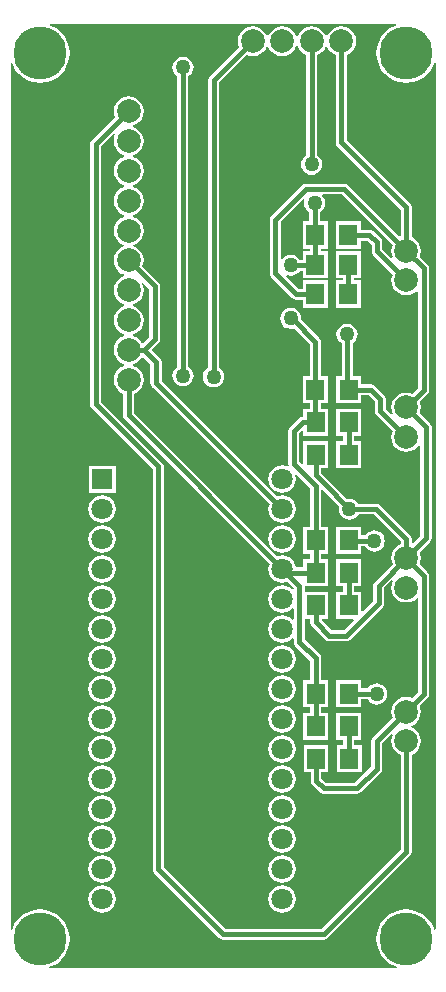
<source format=gtl>
%FSTAX23Y23*%
%MOIN*%
%SFA1B1*%

%IPPOS*%
%ADD12C,0.015748*%
%ADD13R,0.062992X0.070866*%
%ADD20C,0.078740*%
%ADD21C,0.070866*%
%ADD22R,0.070866X0.070866*%
%ADD23C,0.050000*%
%ADD24C,0.177165*%
%LNchillerlcd-1*%
%LPD*%
G36*
X01287Y03144D02*
X01281Y03142D01*
X01263Y03133*
X01248Y03121*
X01236Y03106*
X01227Y03088*
X01221Y0307*
X01219Y03051*
X01221Y03031*
X01227Y03013*
X01236Y02996*
X01248Y02981*
X01263Y02968*
X01281Y02959*
X01299Y02953*
X01318Y02951*
X01338Y02953*
X01356Y02959*
X01374Y02968*
X01388Y02981*
X01401Y02996*
X0141Y03013*
X01412Y03019*
X01417Y03018*
Y0013*
X01412Y00129*
X0141Y00136*
X01401Y00153*
X01388Y00168*
X01374Y0018*
X01356Y00189*
X01338Y00195*
X01318Y00197*
X01299Y00195*
X01281Y00189*
X01263Y0018*
X01248Y00168*
X01236Y00153*
X01227Y00136*
X01221Y00117*
X01219Y00098*
X01221Y00079*
X01227Y0006*
X01236Y00043*
X01248Y00028*
X01263Y00016*
X01281Y00007*
X01287Y00005*
X01286Y0*
X0013*
X00129Y00005*
X00136Y00007*
X00153Y00016*
X00168Y00028*
X0018Y00043*
X00189Y0006*
X00195Y00079*
X00197Y00098*
X00195Y00117*
X00189Y00136*
X0018Y00153*
X00168Y00168*
X00153Y0018*
X00136Y00189*
X00117Y00195*
X00098Y00197*
X00079Y00195*
X0006Y00189*
X00043Y0018*
X00028Y00168*
X00016Y00153*
X00007Y00136*
X00005Y00129*
X0Y0013*
Y03018*
X00005Y03019*
X00007Y03013*
X00016Y02996*
X00028Y02981*
X00043Y02968*
X0006Y02959*
X00079Y02953*
X00098Y02951*
X00117Y02953*
X00136Y02959*
X00153Y02968*
X00168Y02981*
X0018Y02996*
X00189Y03013*
X00195Y03031*
X00197Y03051*
X00195Y0307*
X00189Y03088*
X0018Y03106*
X00168Y03121*
X00153Y03133*
X00136Y03142*
X00129Y03144*
X0013Y03149*
X01286*
X01287Y03144*
G37*
%LNchillerlcd-2*%
%LPC*%
G36*
X01102Y0314D02*
X01089Y03138D01*
X01077Y03133*
X01067Y03125*
X01059Y03115*
X01055Y03107*
X0105*
X01047Y03115*
X01038Y03125*
X01028Y03133*
X01016Y03138*
X01003Y0314*
X0099Y03138*
X00979Y03133*
X00968Y03125*
X0096Y03115*
X00957Y03107*
X00951*
X00948Y03115*
X0094Y03125*
X0093Y03133*
X00918Y03138*
X00905Y0314*
X00892Y03138*
X0088Y03133*
X0087Y03125*
X00862Y03115*
X00859Y03107*
X00853*
X0085Y03115*
X00842Y03125*
X00831Y03133*
X0082Y03138*
X00807Y0314*
X00794Y03138*
X00782Y03133*
X00772Y03125*
X00763Y03115*
X00759Y03103*
X00757Y0309*
X00759Y03077*
X00761Y0307*
X00664Y02973*
X0066Y02967*
X00659Y0296*
Y02002*
X00652Y01997*
X00646Y0199*
X00642Y01981*
X00641Y01972*
X00642Y01963*
X00646Y01954*
X00652Y01947*
X00659Y01941*
X00668Y01938*
X00677Y01937*
X00686Y01938*
X00694Y01941*
X00701Y01947*
X00707Y01954*
X00711Y01963*
X00712Y01972*
X00711Y01981*
X00707Y0199*
X00701Y01997*
X00695Y02002*
Y02953*
X00787Y03045*
X00794Y03042*
X00807Y0304*
X0082Y03042*
X00831Y03047*
X00842Y03055*
X0085Y03065*
X00853Y03073*
X00859*
X00862Y03065*
X0087Y03055*
X0088Y03047*
X00892Y03042*
X00905Y0304*
X00918Y03042*
X0093Y03047*
X0094Y03055*
X00948Y03065*
X00951Y03073*
X00957*
X0096Y03065*
X00968Y03055*
X00979Y03047*
X00985Y03044*
Y02711*
X00979Y02705*
X00973Y02698*
X00969Y0269*
X00968Y02681*
X00969Y02672*
X00973Y02663*
X00979Y02656*
X00986Y0265*
X00994Y02646*
X01003Y02645*
X01012Y02646*
X01021Y0265*
X01028Y02656*
X01034Y02663*
X01038Y02672*
X01039Y02681*
X01038Y0269*
X01034Y02698*
X01028Y02705*
X01022Y02711*
Y03044*
X01028Y03047*
X01038Y03055*
X01047Y03065*
X0105Y03073*
X01055*
X01059Y03065*
X01067Y03055*
X01077Y03047*
X01084Y03044*
Y02753*
X01085Y02746*
X01089Y0274*
X013Y02529*
Y02442*
X01295Y0244*
X01125Y02611*
X01119Y02615*
X01112Y02616*
X00984*
X00977Y02615*
X00971Y02611*
X00868Y02509*
X00864Y02503*
X00863Y02496*
Y02318*
X00864Y02311*
X00868Y02305*
X00939Y02235*
X00945Y02231*
X00952Y02229*
X00974*
Y02202*
X01057*
Y02293*
X00974*
Y02266*
X0096*
X00919Y02307*
X00922Y02311*
X00924Y0231*
X00934Y02309*
X00943Y0231*
X00951Y02313*
X00959Y02319*
X00964Y02326*
X00974*
Y02301*
X01057*
Y02391*
X01033*
Y02399*
X01057*
Y0249*
X01031*
Y0252*
X01038Y02526*
X01044Y02533*
X01048Y02542*
X01049Y02551*
X01048Y0256*
X01044Y02568*
X01039Y02575*
X0104Y0258*
X01104*
X01273Y02411*
X0127Y02404*
X01269Y02391*
X0127Y02378*
X01274Y0237*
X01269Y02368*
X01239Y02398*
Y0242*
X01238Y02427*
X01234Y02433*
X01209Y02457*
X01203Y02461*
X01196Y02462*
X01167*
Y0249*
X01084*
Y02399*
X01167*
Y02426*
X01189*
X01203Y02412*
Y0239*
X01204Y02383*
X01208Y02377*
X01273Y02312*
X0127Y02306*
X01269Y02293*
X0127Y0228*
X01275Y02268*
X01283Y02258*
X01294Y0225*
X01305Y02245*
X01318Y02243*
X01331Y02245*
X01343Y0225*
X01353Y02257*
X01355Y02257*
X01358Y02256*
Y01935*
X01338Y01915*
X01331Y01918*
X01318Y01919*
X01305Y01918*
X01294Y01913*
X01283Y01905*
X01275Y01894*
X0127Y01883*
X01269Y0187*
X0127Y01857*
X01274Y01849*
X01269Y01846*
X0125Y01865*
Y01897*
X01249Y01904*
X01245Y0191*
X01213Y01942*
X01207Y01946*
X012Y01947*
X01168*
Y01974*
X0114*
Y02083*
X01146Y02089*
X01152Y02096*
X01156Y02105*
X01157Y02114*
X01156Y02123*
X01152Y02131*
X01146Y02138*
X01139Y02144*
X01131Y02148*
X01122Y02149*
X01112Y02148*
X01104Y02144*
X01097Y02138*
X01091Y02131*
X01087Y02123*
X01086Y02114*
X01087Y02105*
X01091Y02096*
X01097Y02089*
X01103Y02083*
Y01974*
X01085*
Y01883*
X01168*
Y01911*
X01193*
X01214Y0189*
Y01858*
X01215Y01851*
X01219Y01845*
X01273Y01791*
X0127Y01784*
X01269Y01771*
X0127Y01758*
X01275Y01746*
X01283Y01736*
X01294Y01728*
X01305Y01723*
X01318Y01722*
X01331Y01723*
X01343Y01728*
X01353Y01736*
X01361Y01746*
X01365*
X01366Y01745*
Y01441*
X01342Y01416*
X01337Y01419*
Y01431*
X01335Y01438*
X01331Y01444*
X01231Y01544*
X01225Y01548*
X01218Y01549*
X0116*
X01154Y01556*
X01147Y01562*
X01138Y01565*
X01129Y01566*
X01121Y01565*
X01058Y01628*
X01056Y01631*
X01035Y01652*
Y01667*
X01059*
Y01757*
X00976*
Y01681*
X00971Y0168*
X00962Y01688*
Y01783*
X00971Y01792*
X00976Y0179*
Y01775*
X01059*
Y01866*
X01035*
Y01883*
X01058*
Y01974*
X01035*
Y02089*
X01033Y02096*
X01029Y02102*
X00968Y02163*
X00969Y02167*
X00968Y02176*
X00964Y02185*
X00959Y02192*
X00951Y02198*
X00943Y02201*
X00934Y02202*
X00924Y02201*
X00916Y02198*
X00909Y02192*
X00903Y02185*
X009Y02176*
X00898Y02167*
X009Y02158*
X00903Y02149*
X00909Y02142*
X00916Y02136*
X00924Y02133*
X00934Y02131*
X00943Y02133*
X00946Y02134*
X00998Y02081*
Y01974*
X00975*
Y01883*
X00998*
Y01866*
X00976*
Y01838*
X00974*
X00967Y01837*
X00961Y01833*
X00931Y01804*
X00927Y01798*
X00926Y01791*
Y01681*
X00927Y01677*
X00923Y01673*
X00917Y01675*
X00905Y01677*
X00893Y01675*
X00882Y01671*
X00873Y01663*
X00865Y01654*
X00861Y01643*
X00859Y01631*
X00861Y01619*
X00865Y01608*
X00873Y01599*
X00882Y01591*
X00893Y01587*
X00905Y01585*
X00917Y01587*
X00928Y01591*
X00937Y01599*
X00945Y01608*
X00949Y01619*
X00951Y01631*
X00949Y01643*
X00953Y01646*
X00999Y016*
Y01472*
X00976*
Y01381*
X00999*
Y01364*
X00976*
Y01337*
X0095*
X00949Y01343*
X00945Y01354*
X00937Y01363*
X00928Y01371*
X00917Y01375*
X00905Y01377*
X00893Y01375*
X00888Y01373*
X00411Y0185*
Y01916*
X00418Y01919*
X00428Y01927*
X00437Y01937*
X00441Y01949*
X00443Y01962*
X00441Y01975*
X00437Y01987*
X00428Y01997*
X00418Y02005*
X00409Y02009*
Y02014*
X00418Y02018*
X00428Y02026*
X00436Y02036*
X00438Y02037*
X00441Y02038*
X00466Y02012*
Y01951*
X00468Y01944*
X00472Y01938*
X00863Y01548*
X00861Y01543*
X00859Y01531*
X00861Y01519*
X00865Y01508*
X00873Y01499*
X00882Y01491*
X00893Y01487*
X00905Y01485*
X00917Y01487*
X00928Y01491*
X00937Y01499*
X00945Y01508*
X00949Y01519*
X00951Y01531*
X00949Y01543*
X00945Y01554*
X00937Y01563*
X00928Y01571*
X00917Y01575*
X00905Y01577*
X00893Y01575*
X00888Y01573*
X00503Y01959*
Y0202*
Y0202*
X00501Y02027*
X00498Y02033*
X00469Y02062*
X00493Y02085*
X00497Y02091*
X00498Y02098*
Y02273*
X00497Y0228*
X00493Y02286*
X00438Y0234*
X00441Y02347*
X00443Y0236*
X00441Y02373*
X00437Y02385*
X00428Y02395*
X00418Y02403*
X00409Y02407*
Y02412*
X00418Y02416*
X00428Y02424*
X00437Y02434*
X00441Y02446*
X00443Y02459*
X00441Y02472*
X00437Y02484*
X00428Y02494*
X00418Y02502*
X00409Y02506*
Y02512*
X00418Y02515*
X00428Y02524*
X00437Y02534*
X00441Y02546*
X00443Y02559*
X00441Y02572*
X00437Y02583*
X00428Y02594*
X00418Y02602*
X00409Y02605*
Y02611*
X00418Y02615*
X00428Y02623*
X00437Y02633*
X00441Y02645*
X00443Y02658*
X00441Y02671*
X00437Y02683*
X00428Y02693*
X00418Y02701*
X00409Y02705*
Y02711*
X00418Y02714*
X00428Y02722*
X00437Y02733*
X00441Y02744*
X00443Y02757*
X00441Y0277*
X00437Y02782*
X00428Y02792*
X00418Y02801*
X00409Y02804*
Y0281*
X00418Y02814*
X00428Y02822*
X00437Y02832*
X00441Y02844*
X00443Y02857*
X00441Y0287*
X00437Y02882*
X00428Y02892*
X00418Y029*
X00406Y02905*
X00393Y02907*
X0038Y02905*
X00368Y029*
X00358Y02892*
X0035Y02882*
X00345Y0287*
X00344Y02857*
X00345Y02844*
X00348Y02837*
X0027Y02759*
X00266Y02753*
X00265Y02747*
Y01881*
X00266Y01874*
X0027Y01868*
X00474Y01665*
Y0033*
X00475Y00323*
X00479Y00317*
X00695Y00101*
X00701Y00097*
X00708Y00096*
X01043*
X0105Y00097*
X01056Y00101*
X01331Y00376*
X01335Y00382*
X01337Y00389*
Y00711*
X01343Y00714*
X01353Y00722*
X01362Y00733*
X01366Y00744*
X01368Y00757*
X01366Y0077*
X01362Y00782*
X01353Y00792*
X01343Y00801*
X01335Y00804*
Y00809*
X01343Y00812*
X01353Y00821*
X01362Y00831*
X01366Y00843*
X01368Y00856*
X01366Y00869*
X01364Y00875*
X01389Y00901*
X01393Y00907*
X01395Y00914*
Y01309*
X01393Y01316*
X01389Y01322*
X01364Y01348*
X01366Y01355*
X01368Y01368*
X01366Y01381*
X01364Y01387*
X01397Y01421*
X01401Y01427*
X01403Y01433*
Y01804*
X01401Y01811*
X01397Y01816*
X01364Y0185*
X01366Y01857*
X01368Y0187*
X01366Y01883*
X01364Y01889*
X01389Y01915*
X01393Y01921*
X01395Y01928*
Y02333*
X01393Y0234*
X01389Y02346*
X01364Y02372*
X01366Y02378*
X01368Y02391*
X01366Y02404*
X01362Y02416*
X01353Y02426*
X01343Y02435*
X01337Y02437*
Y02537*
X01335Y02544*
X01331Y0255*
X0112Y02761*
Y03044*
X01127Y03047*
X01137Y03055*
X01145Y03065*
X0115Y03077*
X01151Y0309*
X0115Y03103*
X01145Y03115*
X01137Y03125*
X01127Y03133*
X01115Y03138*
X01102Y0314*
G37*
G36*
X01167Y02391D02*
X01084D01*
Y02301*
X01107*
Y02293*
X01084*
Y02202*
X01167*
Y02293*
X01144*
Y02301*
X01167*
Y02391*
G37*
G36*
X00574Y03039D02*
X00565Y03038D01*
X00557Y03034*
X0055Y03028*
X00544Y03021*
X0054Y03012*
X00539Y03003*
X0054Y02994*
X00544Y02986*
X0055Y02979*
X00556Y02973*
Y02006*
X0055Y02001*
X00544Y01994*
X0054Y01985*
X00539Y01976*
X0054Y01967*
X00544Y01958*
X0055Y01951*
X00557Y01945*
X00565Y01942*
X00574Y0194*
X00583Y01942*
X00592Y01945*
X00599Y01951*
X00605Y01958*
X00609Y01967*
X0061Y01976*
X00609Y01985*
X00605Y01994*
X00599Y02001*
X00592Y02006*
Y02973*
X00599Y02979*
X00605Y02986*
X00609Y02994*
X0061Y03003*
X00609Y03012*
X00605Y03021*
X00599Y03028*
X00592Y03034*
X00583Y03038*
X00574Y03039*
G37*
G36*
X01169Y01866D02*
X01086D01*
Y01775*
X01109*
Y01757*
X01086*
Y01667*
X01169*
Y01757*
X01146*
Y01775*
X01169*
Y01866*
G37*
G36*
X0035Y01676D02*
X0026D01*
Y01586*
X0035*
Y01676*
G37*
G36*
X00305Y01577D02*
X00293Y01575D01*
X00282Y01571*
X00273Y01563*
X00265Y01554*
X00261Y01543*
X00259Y01531*
X00261Y01519*
X00265Y01508*
X00273Y01499*
X00282Y01491*
X00293Y01487*
X00305Y01485*
X00317Y01487*
X00328Y01491*
X00337Y01499*
X00345Y01508*
X00349Y01519*
X00351Y01531*
X00349Y01543*
X00345Y01554*
X00337Y01563*
X00328Y01571*
X00317Y01575*
X00305Y01577*
G37*
G36*
X00905Y01477D02*
X00893Y01475D01*
X00882Y01471*
X00873Y01463*
X00865Y01454*
X00861Y01443*
X00859Y01431*
X00861Y01419*
X00865Y01408*
X00873Y01399*
X00882Y01391*
X00893Y01387*
X00905Y01385*
X00917Y01387*
X00928Y01391*
X00937Y01399*
X00945Y01408*
X00949Y01419*
X00951Y01431*
X00949Y01443*
X00945Y01454*
X00937Y01463*
X00928Y01471*
X00917Y01475*
X00905Y01477*
G37*
G36*
X00305D02*
X00293Y01475D01*
X00282Y01471*
X00273Y01463*
X00265Y01454*
X00261Y01443*
X00259Y01431*
X00261Y01419*
X00265Y01408*
X00273Y01399*
X00282Y01391*
X00293Y01387*
X00305Y01385*
X00317Y01387*
X00328Y01391*
X00337Y01399*
X00345Y01408*
X00349Y01419*
X00351Y01431*
X00349Y01443*
X00345Y01454*
X00337Y01463*
X00328Y01471*
X00317Y01475*
X00305Y01477*
G37*
G36*
Y01377D02*
X00293Y01375D01*
X00282Y01371*
X00273Y01363*
X00265Y01354*
X00261Y01343*
X00259Y01331*
X00261Y01319*
X00265Y01308*
X00273Y01299*
X00282Y01291*
X00293Y01287*
X00305Y01285*
X00317Y01287*
X00328Y01291*
X00337Y01299*
X00345Y01308*
X00349Y01319*
X00351Y01331*
X00349Y01343*
X00345Y01354*
X00337Y01363*
X00328Y01371*
X00317Y01375*
X00305Y01377*
G37*
G36*
Y01277D02*
X00293Y01275D01*
X00282Y01271*
X00273Y01263*
X00265Y01254*
X00261Y01243*
X00259Y01231*
X00261Y01219*
X00265Y01208*
X00273Y01199*
X00282Y01191*
X00293Y01187*
X00305Y01185*
X00317Y01187*
X00328Y01191*
X00337Y01199*
X00345Y01208*
X00349Y01219*
X00351Y01231*
X00349Y01243*
X00345Y01254*
X00337Y01263*
X00328Y01271*
X00317Y01275*
X00305Y01277*
G37*
G36*
Y01177D02*
X00293Y01175D01*
X00282Y01171*
X00273Y01163*
X00265Y01154*
X00261Y01143*
X00259Y01131*
X00261Y01119*
X00265Y01108*
X00273Y01099*
X00282Y01091*
X00293Y01087*
X00305Y01085*
X00317Y01087*
X00328Y01091*
X00337Y01099*
X00345Y01108*
X00349Y01119*
X00351Y01131*
X00349Y01143*
X00345Y01154*
X00337Y01163*
X00328Y01171*
X00317Y01175*
X00305Y01177*
G37*
G36*
Y01077D02*
X00293Y01075D01*
X00282Y01071*
X00273Y01063*
X00265Y01054*
X00261Y01043*
X00259Y01031*
X00261Y01019*
X00265Y01008*
X00273Y00999*
X00282Y00991*
X00293Y00987*
X00305Y00985*
X00317Y00987*
X00328Y00991*
X00337Y00999*
X00345Y01008*
X00349Y01019*
X00351Y01031*
X00349Y01043*
X00345Y01054*
X00337Y01063*
X00328Y01071*
X00317Y01075*
X00305Y01077*
G37*
G36*
Y00977D02*
X00293Y00975D01*
X00282Y00971*
X00273Y00963*
X00265Y00954*
X00261Y00943*
X00259Y00931*
X00261Y00919*
X00265Y00908*
X00273Y00899*
X00282Y00891*
X00293Y00887*
X00305Y00885*
X00317Y00887*
X00328Y00891*
X00337Y00899*
X00345Y00908*
X00349Y00919*
X00351Y00931*
X00349Y00943*
X00345Y00954*
X00337Y00963*
X00328Y00971*
X00317Y00975*
X00305Y00977*
G37*
G36*
Y00877D02*
X00293Y00875D01*
X00282Y00871*
X00273Y00863*
X00265Y00854*
X00261Y00843*
X00259Y00831*
X00261Y00819*
X00265Y00808*
X00273Y00799*
X00282Y00791*
X00293Y00787*
X00305Y00785*
X00317Y00787*
X00328Y00791*
X00337Y00799*
X00345Y00808*
X00349Y00819*
X00351Y00831*
X00349Y00843*
X00345Y00854*
X00337Y00863*
X00328Y00871*
X00317Y00875*
X00305Y00877*
G37*
G36*
Y00777D02*
X00293Y00775D01*
X00282Y00771*
X00273Y00763*
X00265Y00754*
X00261Y00743*
X00259Y00731*
X00261Y00719*
X00265Y00708*
X00273Y00699*
X00282Y00691*
X00293Y00687*
X00305Y00685*
X00317Y00687*
X00328Y00691*
X00337Y00699*
X00345Y00708*
X00349Y00719*
X00351Y00731*
X00349Y00743*
X00345Y00754*
X00337Y00763*
X00328Y00771*
X00317Y00775*
X00305Y00777*
G37*
G36*
Y00677D02*
X00293Y00675D01*
X00282Y00671*
X00273Y00663*
X00265Y00654*
X00261Y00643*
X00259Y00631*
X00261Y00619*
X00265Y00608*
X00273Y00599*
X00282Y00591*
X00293Y00587*
X00305Y00585*
X00317Y00587*
X00328Y00591*
X00337Y00599*
X00345Y00608*
X00349Y00619*
X00351Y00631*
X00349Y00643*
X00345Y00654*
X00337Y00663*
X00328Y00671*
X00317Y00675*
X00305Y00677*
G37*
G36*
Y00577D02*
X00293Y00575D01*
X00282Y00571*
X00273Y00563*
X00265Y00554*
X00261Y00543*
X00259Y00531*
X00261Y00519*
X00265Y00508*
X00273Y00499*
X00282Y00491*
X00293Y00487*
X00305Y00485*
X00317Y00487*
X00328Y00491*
X00337Y00499*
X00345Y00508*
X00349Y00519*
X00351Y00531*
X00349Y00543*
X00345Y00554*
X00337Y00563*
X00328Y00571*
X00317Y00575*
X00305Y00577*
G37*
G36*
Y00477D02*
X00293Y00475D01*
X00282Y00471*
X00273Y00463*
X00265Y00454*
X00261Y00443*
X00259Y00431*
X00261Y00419*
X00265Y00408*
X00273Y00399*
X00282Y00391*
X00293Y00387*
X00305Y00385*
X00317Y00387*
X00328Y00391*
X00337Y00399*
X00345Y00408*
X00349Y00419*
X00351Y00431*
X00349Y00443*
X00345Y00454*
X00337Y00463*
X00328Y00471*
X00317Y00475*
X00305Y00477*
G37*
G36*
Y00377D02*
X00293Y00375D01*
X00282Y00371*
X00273Y00363*
X00265Y00354*
X00261Y00343*
X00259Y00331*
X00261Y00319*
X00265Y00308*
X00273Y00299*
X00282Y00291*
X00293Y00287*
X00305Y00285*
X00317Y00287*
X00328Y00291*
X00337Y00299*
X00345Y00308*
X00349Y00319*
X00351Y00331*
X00349Y00343*
X00345Y00354*
X00337Y00363*
X00328Y00371*
X00317Y00375*
X00305Y00377*
G37*
G36*
Y00277D02*
X00293Y00275D01*
X00282Y00271*
X00273Y00263*
X00265Y00254*
X00261Y00243*
X00259Y00231*
X00261Y00219*
X00265Y00208*
X00273Y00199*
X00282Y00191*
X00293Y00187*
X00305Y00185*
X00317Y00187*
X00328Y00191*
X00337Y00199*
X00345Y00208*
X00349Y00219*
X00351Y00231*
X00349Y00243*
X00345Y00254*
X00337Y00263*
X00328Y00271*
X00317Y00275*
X00305Y00277*
G37*
%LNchillerlcd-3*%
%LPD*%
G36*
X0098Y02561D02*
X00979Y0256D01*
X00978Y02551*
X00979Y02542*
X00983Y02533*
X00988Y02526*
X00995Y0252*
Y0249*
X00974*
Y02399*
X00997*
Y02391*
X00974*
Y02362*
X00964*
X00959Y02369*
X00951Y02375*
X00943Y02378*
X00934Y02379*
X00924Y02378*
X00916Y02375*
X00909Y02369*
X00905Y02364*
X009Y02366*
Y02488*
X00975Y02564*
X0098Y02561*
G37*
G36*
X00462Y02266D02*
Y02105D01*
X00441Y02085*
X00438Y02086*
X00436Y02087*
X00428Y02097*
X00418Y02105*
X00409Y02109*
Y02114*
X00418Y02118*
X00428Y02126*
X00437Y02136*
X00441Y02148*
X00443Y02161*
X00441Y02174*
X00437Y02186*
X00428Y02196*
X00418Y02204*
X00409Y02208*
Y02213*
X00418Y02217*
X00428Y02225*
X00437Y02235*
X00441Y02248*
X00443Y02261*
X00441Y02273*
X00437Y02283*
X00442Y02286*
X00462Y02266*
G37*
G36*
X01095Y01539D02*
X01094Y01531D01*
X01095Y01522*
X01099Y01513*
X01105Y01506*
X01112Y015*
X0112Y01497*
X01129Y01496*
X01138Y01497*
X01147Y015*
X01154Y01506*
X0116Y01513*
X01211*
X013Y01423*
Y01414*
X01294Y01411*
X01283Y01403*
X01275Y01392*
X0127Y01381*
X01269Y01368*
X0127Y01355*
X01273Y01348*
X01214Y01289*
X0121Y01283*
X01209Y01276*
Y01225*
X01174Y0119*
X01169Y01191*
Y01255*
X01146*
Y01273*
X01169*
Y01364*
X01086*
Y01273*
X01109*
Y01255*
X01086*
Y01165*
X01142*
X01144Y0116*
X01111Y01127*
X01069*
X01037Y0116*
X01038Y01165*
X01059*
Y01255*
X0098*
Y01273*
X01059*
Y01364*
X01035*
Y01381*
X01059*
Y01472*
X01035*
Y01593*
X0104Y01595*
X01095Y01539*
G37*
G36*
X00349Y0278D02*
X00345Y0277D01*
X00344Y02757*
X00345Y02744*
X0035Y02733*
X00358Y02722*
X00368Y02714*
X00378Y02711*
Y02705*
X00368Y02701*
X00358Y02693*
X0035Y02683*
X00345Y02671*
X00344Y02658*
X00345Y02645*
X0035Y02633*
X00358Y02623*
X00368Y02615*
X00378Y02611*
Y02605*
X00368Y02602*
X00358Y02594*
X0035Y02583*
X00345Y02572*
X00344Y02559*
X00345Y02546*
X0035Y02534*
X00358Y02524*
X00368Y02515*
X00378Y02512*
Y02506*
X00368Y02502*
X00358Y02494*
X0035Y02484*
X00345Y02472*
X00344Y02459*
X00345Y02446*
X0035Y02434*
X00358Y02424*
X00368Y02416*
X00378Y02412*
Y02407*
X00368Y02403*
X00358Y02395*
X0035Y02385*
X00345Y02373*
X00344Y0236*
X00345Y02347*
X0035Y02335*
X00358Y02325*
X00368Y02316*
X00378Y02313*
Y02307*
X00368Y02303*
X00358Y02296*
X0035Y02285*
X00345Y02273*
X00344Y02261*
X00345Y02248*
X0035Y02235*
X00358Y02225*
X00368Y02217*
X00378Y02213*
Y02208*
X00368Y02204*
X00358Y02196*
X0035Y02186*
X00345Y02174*
X00344Y02161*
X00345Y02148*
X0035Y02136*
X00358Y02126*
X00368Y02118*
X00378Y02114*
Y02109*
X00368Y02105*
X00358Y02097*
X0035Y02087*
X00345Y02074*
X00344Y02062*
X00345Y02049*
X0035Y02037*
X00358Y02026*
X00368Y02018*
X00378Y02014*
Y02009*
X00368Y02005*
X00358Y01997*
X0035Y01987*
X00345Y01975*
X00344Y01962*
X00345Y01949*
X0035Y01937*
X00358Y01927*
X00368Y01919*
X00375Y01916*
Y01843*
X00376Y01836*
X0038Y0183*
X00863Y01348*
X00861Y01343*
X00859Y01331*
X00861Y01319*
X00865Y01308*
X00873Y01299*
X00882Y01291*
X00893Y01287*
X00905Y01285*
X00917Y01287*
X00922Y01289*
X00943Y01268*
X00942Y01265*
X00938Y01264*
X00937*
X00928Y01271*
X00917Y01275*
X00905Y01277*
X00893Y01275*
X00882Y01271*
X00873Y01263*
X00865Y01254*
X00861Y01243*
X00859Y01231*
X00861Y01219*
X00865Y01208*
X00873Y01199*
X00882Y01191*
X00893Y01187*
X00905Y01185*
X00917Y01187*
X00928Y01191*
X00937Y01199*
X00939Y01201*
X00944Y01199*
Y01163*
X00939Y01161*
X00937Y01163*
X00928Y01171*
X00917Y01175*
X00905Y01177*
X00893Y01175*
X00882Y01171*
X00873Y01163*
X00865Y01154*
X00861Y01143*
X00859Y01131*
X00861Y01119*
X00865Y01108*
X00873Y01099*
X00882Y01091*
X00893Y01087*
X00905Y01085*
X00917Y01087*
X00928Y01091*
X00937Y01099*
X00939Y01101*
X00944Y01099*
Y01089*
X00945Y01082*
X00949Y01076*
X00999Y01026*
Y0096*
X00976*
Y0087*
X00999*
Y00852*
X00976*
Y00761*
X01059*
Y00852*
X01035*
Y0087*
X01059*
Y0096*
X01035*
Y01034*
X01034Y01041*
X0103Y01047*
X0098Y01096*
Y01165*
X00999*
Y01153*
X01Y01146*
X01004Y0114*
X01049Y01096*
X01055Y01092*
X01062Y0109*
X01118*
X01125Y01092*
X01131Y01096*
X0124Y01204*
X01244Y0121*
X01245Y01217*
Y01217*
Y01268*
X01269Y01293*
X01274Y0129*
X0127Y01282*
X01269Y01269*
X0127Y01256*
X01275Y01244*
X01283Y01234*
X01294Y01226*
X01305Y01221*
X01318Y0122*
X01331Y01221*
X01343Y01226*
X01353Y01234*
X01355Y01233*
X01358Y01233*
Y00922*
X01338Y00901*
X01331Y00904*
X01318Y00905*
X01305Y00904*
X01294Y00899*
X01283Y00891*
X01275Y00881*
X0127Y00869*
X01269Y00856*
X0127Y00843*
X01273Y00836*
X01208Y00771*
X01204Y00765*
X01202Y00758*
Y00673*
X01148Y00618*
X0105*
X01036Y00632*
Y00653*
X01059*
Y00744*
X00977*
Y00653*
X01*
Y00625*
X01001Y00618*
X01005Y00612*
X0103Y00587*
X01036Y00583*
X01043Y00582*
X01155*
X01162Y00583*
X01168Y00587*
X01233Y00653*
X01237Y00659*
X01239Y00666*
Y0075*
X01269Y00781*
X01274Y00778*
X0127Y0077*
X01269Y00757*
X0127Y00744*
X01275Y00733*
X01283Y00722*
X01294Y00714*
X013Y00711*
Y00397*
X01035Y00132*
X00716*
X0051Y00338*
Y01673*
X00509Y0168*
X00505Y01686*
X00301Y01889*
Y02739*
X00345Y02783*
X00349Y0278*
G37*
%LNchillerlcd-4*%
%LPC*%
G36*
X01169Y01472D02*
X01086D01*
Y01381*
X01169*
Y01407*
X01182*
X01187Y014*
X01194Y01394*
X01203Y0139*
X01212Y01389*
X01221Y0139*
X0123Y01394*
X01237Y014*
X01243Y01407*
X01246Y01416*
X01248Y01425*
X01246Y01434*
X01243Y01442*
X01237Y0145*
X0123Y01455*
X01221Y01459*
X01212Y0146*
X01203Y01459*
X01194Y01455*
X01187Y0145*
X01182Y01443*
X01169*
Y01472*
G37*
G36*
X00905Y01077D02*
X00893Y01075D01*
X00882Y01071*
X00873Y01063*
X00865Y01054*
X00861Y01043*
X00859Y01031*
X00861Y01019*
X00865Y01008*
X00873Y00999*
X00882Y00991*
X00893Y00987*
X00905Y00985*
X00917Y00987*
X00928Y00991*
X00937Y00999*
X00945Y01008*
X00949Y01019*
X00951Y01031*
X00949Y01043*
X00945Y01054*
X00937Y01063*
X00928Y01071*
X00917Y01075*
X00905Y01077*
G37*
G36*
Y00977D02*
X00893Y00975D01*
X00882Y00971*
X00873Y00963*
X00865Y00954*
X00861Y00943*
X00859Y00931*
X00861Y00919*
X00865Y00908*
X00873Y00899*
X00882Y00891*
X00893Y00887*
X00905Y00885*
X00917Y00887*
X00928Y00891*
X00937Y00899*
X00945Y00908*
X00949Y00919*
X00951Y00931*
X00949Y00943*
X00945Y00954*
X00937Y00963*
X00928Y00971*
X00917Y00975*
X00905Y00977*
G37*
G36*
X01169Y0096D02*
X01086D01*
Y0087*
X01169*
Y00897*
X0119*
X01195Y0089*
X01202Y00884*
X01211Y00881*
X0122Y00879*
X01229Y00881*
X01238Y00884*
X01245Y0089*
X01251Y00897*
X01254Y00906*
X01255Y00915*
X01254Y00924*
X01251Y00933*
X01245Y0094*
X01238Y00946*
X01229Y00949*
X0122Y0095*
X01211Y00949*
X01202Y00946*
X01195Y0094*
X0119Y00933*
X01169*
Y0096*
G37*
G36*
X00905Y00877D02*
X00893Y00875D01*
X00882Y00871*
X00873Y00863*
X00865Y00854*
X00861Y00843*
X00859Y00831*
X00861Y00819*
X00865Y00808*
X00873Y00799*
X00882Y00791*
X00893Y00787*
X00905Y00785*
X00917Y00787*
X00928Y00791*
X00937Y00799*
X00945Y00808*
X00949Y00819*
X00951Y00831*
X00949Y00843*
X00945Y00854*
X00937Y00863*
X00928Y00871*
X00917Y00875*
X00905Y00877*
G37*
G36*
Y00777D02*
X00893Y00775D01*
X00882Y00771*
X00873Y00763*
X00865Y00754*
X00861Y00743*
X00859Y00731*
X00861Y00719*
X00865Y00708*
X00873Y00699*
X00882Y00691*
X00893Y00687*
X00905Y00685*
X00917Y00687*
X00928Y00691*
X00937Y00699*
X00945Y00708*
X00949Y00719*
X00951Y00731*
X00949Y00743*
X00945Y00754*
X00937Y00763*
X00928Y00771*
X00917Y00775*
X00905Y00777*
G37*
G36*
X01169Y00852D02*
X01086D01*
Y00761*
X01109*
Y00744*
X01087*
Y00653*
X0117*
Y00744*
X01146*
Y00761*
X01169*
Y00852*
G37*
G36*
X00905Y00677D02*
X00893Y00675D01*
X00882Y00671*
X00873Y00663*
X00865Y00654*
X00861Y00643*
X00859Y00631*
X00861Y00619*
X00865Y00608*
X00873Y00599*
X00882Y00591*
X00893Y00587*
X00905Y00585*
X00917Y00587*
X00928Y00591*
X00937Y00599*
X00945Y00608*
X00949Y00619*
X00951Y00631*
X00949Y00643*
X00945Y00654*
X00937Y00663*
X00928Y00671*
X00917Y00675*
X00905Y00677*
G37*
G36*
Y00577D02*
X00893Y00575D01*
X00882Y00571*
X00873Y00563*
X00865Y00554*
X00861Y00543*
X00859Y00531*
X00861Y00519*
X00865Y00508*
X00873Y00499*
X00882Y00491*
X00893Y00487*
X00905Y00485*
X00917Y00487*
X00928Y00491*
X00937Y00499*
X00945Y00508*
X00949Y00519*
X00951Y00531*
X00949Y00543*
X00945Y00554*
X00937Y00563*
X00928Y00571*
X00917Y00575*
X00905Y00577*
G37*
G36*
Y00477D02*
X00893Y00475D01*
X00882Y00471*
X00873Y00463*
X00865Y00454*
X00861Y00443*
X00859Y00431*
X00861Y00419*
X00865Y00408*
X00873Y00399*
X00882Y00391*
X00893Y00387*
X00905Y00385*
X00917Y00387*
X00928Y00391*
X00937Y00399*
X00945Y00408*
X00949Y00419*
X00951Y00431*
X00949Y00443*
X00945Y00454*
X00937Y00463*
X00928Y00471*
X00917Y00475*
X00905Y00477*
G37*
G36*
Y00377D02*
X00893Y00375D01*
X00882Y00371*
X00873Y00363*
X00865Y00354*
X00861Y00343*
X00859Y00331*
X00861Y00319*
X00865Y00308*
X00873Y00299*
X00882Y00291*
X00893Y00287*
X00905Y00285*
X00917Y00287*
X00928Y00291*
X00937Y00299*
X00945Y00308*
X00949Y00319*
X00951Y00331*
X00949Y00343*
X00945Y00354*
X00937Y00363*
X00928Y00371*
X00917Y00375*
X00905Y00377*
G37*
G36*
Y00277D02*
X00893Y00275D01*
X00882Y00271*
X00873Y00263*
X00865Y00254*
X00861Y00243*
X00859Y00231*
X00861Y00219*
X00865Y00208*
X00873Y00199*
X00882Y00191*
X00893Y00187*
X00905Y00185*
X00917Y00187*
X00928Y00191*
X00937Y00199*
X00945Y00208*
X00949Y00219*
X00951Y00231*
X00949Y00243*
X00945Y00254*
X00937Y00263*
X00928Y00271*
X00917Y00275*
X00905Y00277*
G37*
%LNchillerlcd-5*%
%LPD*%
G54D12*
X01004Y02343D02*
X01011Y0235D01*
X01016Y0182D02*
Y01929D01*
X01003Y02681D02*
Y0309D01*
X01013Y02446D02*
Y02551D01*
Y02446D02*
X01015Y02444D01*
X00677Y0296D02*
X00807Y0309D01*
X00574Y01976D02*
Y03003D01*
X01102Y02753D02*
Y0309D01*
X00677Y01972D02*
Y0296D01*
X00984Y02598D02*
X01112D01*
X00881Y02496D02*
X00984Y02598D01*
X00881Y02318D02*
Y02496D01*
X01112Y02598D02*
X01318Y02391D01*
X01102Y02753D02*
X01318Y02537D01*
Y02398D02*
Y02537D01*
X00918Y01318D02*
X00962Y01274D01*
Y01089D02*
Y01274D01*
Y01089D02*
X01017Y01034D01*
X00934Y02344D02*
X0099D01*
X00996Y02351*
X01004Y02343*
X01011Y0235D02*
X01015Y02346D01*
X01122Y01934D02*
Y02114D01*
Y01934D02*
X01127Y01929D01*
X01016D02*
Y02089D01*
X00942Y02163D02*
X01016Y02089D01*
X00952Y02248D02*
X01015D01*
X00881Y02318D02*
X00952Y02248D01*
X01318Y01368D02*
Y01431D01*
X01218Y01531D02*
X01318Y01431D01*
X01043Y01618D02*
X01129Y01531D01*
X01043Y01618D02*
Y01618D01*
X01017Y01644D02*
X01043Y01618D01*
X01017Y01644D02*
Y01712D01*
X01129Y01531D02*
X01218D01*
X00443Y02062D02*
X0048Y02098D01*
X00393Y0236D02*
X0048Y02273D01*
Y02098D02*
Y02273D01*
X00393Y01843D02*
X00905Y01331D01*
X00393Y01843D02*
Y01962D01*
X00492Y0033D02*
Y01673D01*
X00283Y01881D02*
X00492Y01673D01*
X00283Y01881D02*
Y02747D01*
X00393Y02857*
X01318Y00389D02*
Y00757D01*
X01043Y00114D02*
X01318Y00389D01*
X00708Y00114D02*
X01043D01*
X00492Y0033D02*
X00708Y00114D01*
X01221Y0239D02*
X01318Y02293D01*
X01221Y0239D02*
Y0242D01*
X01196Y02444D02*
X01221Y0242D01*
X01125Y02444D02*
X01196D01*
X01318Y02293D02*
Y02314D01*
X01232Y01858D02*
Y01897D01*
X012Y01929D02*
X01232Y01897D01*
X01127Y01929D02*
X012D01*
X01232Y01858D02*
X01318Y01771D01*
X01129Y01425D02*
X01212D01*
X01127Y01427D02*
X01129Y01425D01*
X01017Y01427D02*
Y01608D01*
X00944Y01681D02*
X01017Y01608D01*
X00944Y01681D02*
Y01791D01*
X01155Y006D02*
X0122Y00666D01*
X01043Y006D02*
X01155D01*
X0122Y00666D02*
Y00758D01*
X01018Y00625D02*
X01043Y006D01*
X01018Y00625D02*
Y00698D01*
X01127Y00915D02*
X0122D01*
X01227Y01276D02*
X01318Y01368D01*
X01227Y01217D02*
Y01276D01*
X01118Y01109D02*
X01227Y01217D01*
X01062Y01109D02*
X01118D01*
X01017Y01153D02*
X01062Y01109D01*
X01017Y01153D02*
Y0121D01*
X00905Y01331D02*
X00918Y01318D01*
X01017*
X01318Y01368D02*
X01384Y01433D01*
Y01804*
X01318Y0187D02*
X01384Y01804D01*
X01318Y0187D02*
D01*
X01016Y0182D02*
X01017D01*
X00974D02*
X01016D01*
X00944Y01791D02*
X00974Y0182D01*
X00485Y01951D02*
Y0202D01*
X00443Y02062D02*
X00485Y0202D01*
X00393Y02062D02*
X00443D01*
X00485Y01951D02*
X00905Y01531D01*
X00393Y02043D02*
Y02062D01*
X01127Y00698D02*
Y00807D01*
X01017Y00915D02*
Y01034D01*
X01318Y02391D02*
X01377Y02333D01*
Y01928D02*
Y02333D01*
X01318Y0187D02*
X01377Y01928D01*
X01318Y01368D02*
X01377Y01309D01*
Y00914D02*
Y01309D01*
X01318Y00856D02*
X01377Y00914D01*
X01127Y00698D02*
X01128D01*
X0122Y00758D02*
X01318Y00856D01*
X01015Y02346D02*
Y02444D01*
X01017Y00807D02*
Y00915D01*
Y01318D02*
Y01427D01*
X01125Y02248D02*
Y02346D01*
X01127Y01712D02*
Y0182D01*
Y0121D02*
Y01318D01*
G54D13*
X01128Y00698D03*
X01018D03*
X01017Y00807D03*
X01127D03*
X01017Y00915D03*
X01127D03*
Y0121D03*
X01017D03*
Y01318D03*
X01127D03*
X01017Y01427D03*
X01127D03*
Y01712D03*
X01017D03*
Y0182D03*
X01127D03*
X01016Y01929D03*
X01127D03*
X01125Y02248D03*
X01015D03*
Y02346D03*
X01125D03*
X01015Y02444D03*
X01125D03*
G54D20*
X01003Y0309D03*
X00807D03*
X00905D03*
X01102D03*
X01318Y01771D03*
Y0187D03*
Y01269D03*
Y01368D03*
Y00757D03*
Y00856D03*
Y02293D03*
Y02391D03*
X00393Y02757D03*
Y02857D03*
Y0236D03*
Y02459D03*
Y02658D03*
Y02559D03*
Y02161D03*
Y02261D03*
Y02062D03*
Y01962D03*
G54D21*
X00305Y00231D03*
Y00431D03*
Y00331D03*
Y00631D03*
Y00531D03*
Y00831D03*
Y00731D03*
Y01031D03*
Y00931D03*
Y01231D03*
Y01131D03*
Y01331D03*
Y01431D03*
Y01531D03*
X00905Y00231D03*
Y00331D03*
Y00431D03*
Y00531D03*
Y00631D03*
Y00731D03*
Y00831D03*
Y00931D03*
Y01031D03*
Y01131D03*
Y01231D03*
Y01331D03*
Y01431D03*
Y01531D03*
Y01631D03*
G54D22*
X00305Y01631D03*
G54D23*
X01003Y02681D03*
X01013Y02551D03*
X00574Y03003D03*
Y01976D03*
X00677Y01972D03*
X00934Y02167D03*
Y02344D03*
X01122Y02114D03*
X01129Y01531D03*
X01212Y01425D03*
X0122Y00915D03*
G54D24*
X01318Y00098D03*
X00098Y03051D03*
X01318D03*
X00098Y00098D03*
M02*
</source>
